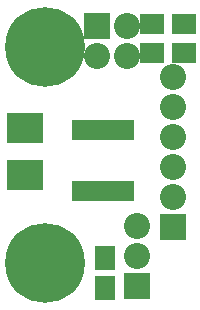
<source format=gts>
G04 #@! TF.FileFunction,Soldermask,Top*
%FSLAX46Y46*%
G04 Gerber Fmt 4.6, Leading zero omitted, Abs format (unit mm)*
G04 Created by KiCad (PCBNEW 4.0.5) date 07/09/17 22:51:53*
%MOMM*%
%LPD*%
G01*
G04 APERTURE LIST*
%ADD10C,0.150000*%
%ADD11C,6.758940*%
%ADD12R,3.008000X2.508000*%
%ADD13R,1.758000X2.008000*%
%ADD14R,2.208000X2.208000*%
%ADD15O,2.208000X2.208000*%
%ADD16R,2.008000X1.808000*%
%ADD17R,0.908000X1.708000*%
G04 APERTURE END LIST*
D10*
D11*
X152146000Y-92710000D03*
X152146000Y-110998000D03*
D12*
X150495000Y-103600000D03*
X150495000Y-99600000D03*
D13*
X157226000Y-110637000D03*
X157226000Y-113137000D03*
D14*
X160000000Y-113000000D03*
D15*
X160000000Y-110460000D03*
X160000000Y-107920000D03*
D14*
X156591000Y-90932000D03*
D15*
X156591000Y-93472000D03*
X159131000Y-90932000D03*
X159131000Y-93472000D03*
D14*
X163000000Y-108000000D03*
D15*
X163000000Y-105460000D03*
X163000000Y-102920000D03*
X163000000Y-100380000D03*
X163000000Y-97840000D03*
X163000000Y-95300000D03*
D16*
X163910000Y-93218000D03*
X161210000Y-93218000D03*
X163910000Y-90805000D03*
X161210000Y-90805000D03*
D17*
X159321500Y-99762000D03*
X158686500Y-99762000D03*
X158051500Y-99762000D03*
X157416500Y-99762000D03*
X156781500Y-99762000D03*
X156146500Y-99762000D03*
X155511500Y-99762000D03*
X154876500Y-99762000D03*
X154876500Y-104962000D03*
X155511500Y-104962000D03*
X156146500Y-104962000D03*
X156781500Y-104962000D03*
X157416500Y-104962000D03*
X158051500Y-104962000D03*
X158686500Y-104962000D03*
X159321500Y-104962000D03*
M02*

</source>
